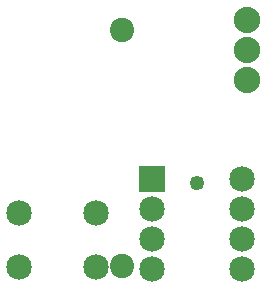
<source format=gbs>
G04 MADE WITH FRITZING*
G04 WWW.FRITZING.ORG*
G04 DOUBLE SIDED*
G04 HOLES PLATED*
G04 CONTOUR ON CENTER OF CONTOUR VECTOR*
%ASAXBY*%
%FSLAX23Y23*%
%MOIN*%
%OFA0B0*%
%SFA1.0B1.0*%
%ADD10C,0.081181*%
%ADD11C,0.085000*%
%ADD12C,0.088000*%
%ADD13C,0.049370*%
%ADD14R,0.085000X0.085000*%
%LNMASK0*%
G90*
G70*
G54D10*
X495Y95D03*
X495Y882D03*
X495Y95D03*
X495Y882D03*
X495Y95D03*
X495Y882D03*
G54D11*
X595Y384D03*
X895Y384D03*
X595Y284D03*
X895Y284D03*
X595Y184D03*
X895Y184D03*
X595Y84D03*
X895Y84D03*
G54D12*
X913Y914D03*
X913Y814D03*
X913Y714D03*
G54D13*
X746Y372D03*
G54D11*
X408Y93D03*
X152Y93D03*
X408Y271D03*
X152Y271D03*
G54D14*
X595Y384D03*
G04 End of Mask0*
M02*
</source>
